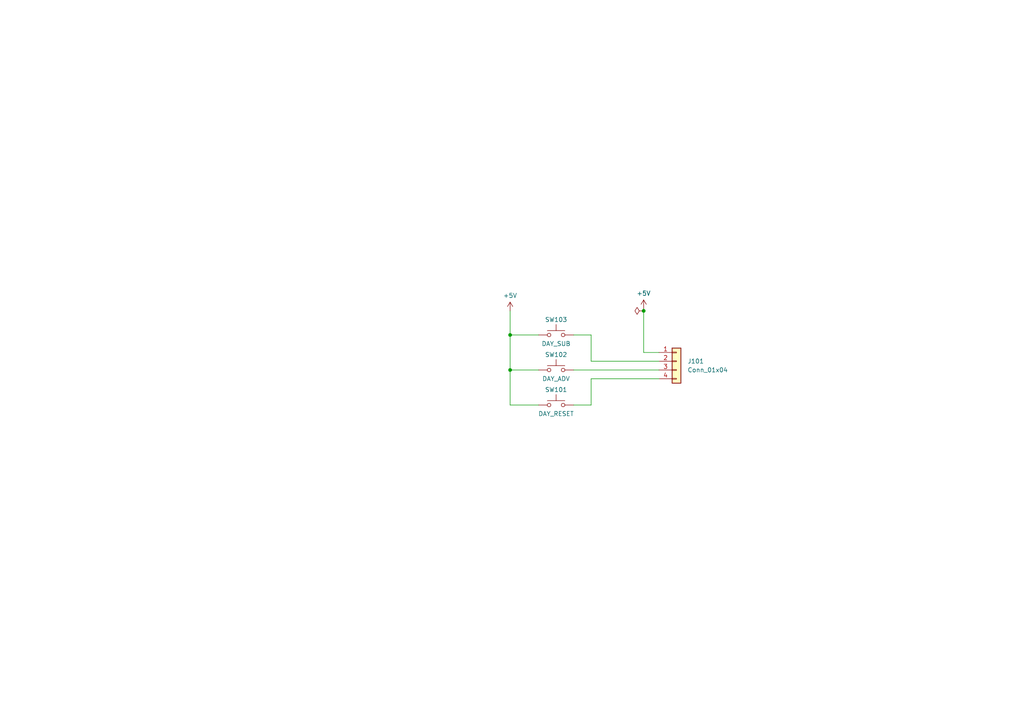
<source format=kicad_sch>
(kicad_sch (version 20230121) (generator eeschema)
  (paper "A4")
  (lib_symbols
    (symbol "Connector_Generic:Conn_01x04" (pin_names (offset 1.016) hide)
      (property "Reference" "J" (at 0 5.08 0))
      (property "Value" "Conn_01x04" (at 0 -7.62 0))
      (symbol "Conn_01x04_1_1"
        (rectangle (start -1.27 -4.953) (end 0 -5.207) (stroke (width 0.1524)))
        (rectangle (start -1.27 -2.413) (end 0 -2.667) (stroke (width 0.1524)))
        (rectangle (start -1.27 0.127) (end 0 -0.127) (stroke (width 0.1524)))
        (rectangle (start -1.27 2.667) (end 0 2.413) (stroke (width 0.1524)))
        (rectangle (start -1.27 3.81) (end 1.27 -6.35) (stroke (width 0.254)) (fill (type background)))
        (pin passive line (at -5.08 2.54 0) (length 3.81) (name "Pin_1") (number "1"))
        (pin passive line (at -5.08 0 0) (length 3.81) (name "Pin_2") (number "2"))
        (pin passive line (at -5.08 -2.54 0) (length 3.81) (name "Pin_3") (number "3"))
        (pin passive line (at -5.08 -5.08 0) (length 3.81) (name "Pin_4") (number "4"))
      )
    )
    (symbol "Switch:SW_Push" (pin_numbers hide) (pin_names (offset 1.016) hide)
      (property "Reference" "SW" (at 1.27 2.54 0))
      (property "Value" "SW_Push" (at 0 -1.524 0))
      (symbol "SW_Push_0_1"
        (circle (center -2.032 0) (radius 0.508))
        (polyline (pts (xy 0 1.27) (xy 0 3.048)))
        (polyline (pts (xy 2.54 1.27) (xy -2.54 1.27)))
        (circle (center 2.032 0) (radius 0.508))
        (pin passive line (at -5.08 0 0) (length 2.54) (name "1") (number "1"))
        (pin passive line (at 5.08 0 180) (length 2.54) (name "2") (number "2"))
      )
    )
    (symbol "power:+5V" (power) (pin_names (offset 0))
      (property "Value" "+5V" (at 0 3.556 0))
      (symbol "+5V_0_1"
        (polyline (pts (xy -0.762 1.27) (xy 0 2.54)))
        (polyline (pts (xy 0 0) (xy 0 2.54)))
        (polyline (pts (xy 0 2.54) (xy 0.762 1.27)))
      )
      (symbol "+5V_1_1"
        (pin power_in line (at 0 0 90) (length 0) hide (name "+5V") (number "1"))
      )
    )
    (symbol "power:PWR_FLAG" (power) (pin_numbers hide) (pin_names (offset 0) hide)
      (property "Value" "PWR_FLAG" (at 0 3.81 0))
      (symbol "PWR_FLAG_0_0"
        (pin power_out line (at 0 0 90) (length 0) (name "pwr") (number "1"))
      )
      (symbol "PWR_FLAG_0_1"
        (polyline (pts (xy 0 0) (xy 0 1.27) (xy -1.016 1.905) (xy 0 2.54) (xy 1.016 1.905) (xy 0 1.27)))
      )
    )
  )
  (junction (at 147.955 97.155))
  (junction (at 147.955 107.315))
  (junction (at 186.69 90.17))
  (wire (pts (xy 191.135 104.775) (xy 171.45 104.775)))
  (wire (pts (xy 171.45 109.855) (xy 171.45 117.475)))
  (wire (pts (xy 147.955 97.155) (xy 156.21 97.155)))
  (wire (pts (xy 147.955 97.155) (xy 147.955 107.315)))
  (wire (pts (xy 147.955 107.315) (xy 156.21 107.315)))
  (wire (pts (xy 147.955 107.315) (xy 147.955 117.475)))
  (wire (pts (xy 171.45 117.475) (xy 166.37 117.475)))
  (wire (pts (xy 171.45 104.775) (xy 171.45 97.155)))
  (wire (pts (xy 186.69 90.17) (xy 186.69 102.235)))
  (wire (pts (xy 147.955 117.475) (xy 156.21 117.475)))
  (wire (pts (xy 191.135 109.855) (xy 171.45 109.855)))
  (wire (pts (xy 147.955 90.17) (xy 147.955 97.155)))
  (wire (pts (xy 186.69 102.235) (xy 191.135 102.235)))
  (wire (pts (xy 171.45 97.155) (xy 166.37 97.155)))
  (wire (pts (xy 166.37 107.315) (xy 191.135 107.315)))
  (wire (pts (xy 186.69 89.535) (xy 186.69 90.17)))
  (symbol (lib_id "Connector_Generic:Conn_01x04") (at 196.215 104.775 0) (unit 1)
    (property "Reference" "J101" (at 199.39 104.775 0) (effects (justify left)))
    (property "Value" "Conn_01x04" (at 199.39 107.315 0) (effects (justify left)))
    (property "Footprint" "Connector_Wire:SolderWire-1sqmm_1x04_P5.4mm_D1.4mm_OD2.7mm_Relief" (effects hide))
  )
  (symbol (lib_id "power:PWR_FLAG") (at 186.69 90.17 90) (unit 1)
    (property "Reference" "#FLG0101" (effects hide))
    (property "Value" "PWR_FLAG" (effects hide))
  )
  (symbol (lib_id "Switch:SW_Push") (at 161.29 117.475 0) (unit 1)
    (property "Reference" "SW101" (at 161.29 113.03 0))
    (property "Value" "DAY_RESET" (at 161.29 120.015 0))
    (property "Footprint" "Button_Switch_THT:SW_PUSH_6mm_H5mm" (effects hide))
  )
  (symbol (lib_id "power:+5V") (at 186.69 89.535 0) (unit 1)
    (property "Reference" "#PWR0101" (effects hide))
    (property "Value" "+5V" (at 186.69 85.09 0))
  )
  (symbol (lib_id "power:+5V") (at 147.955 90.17 0) (unit 1)
    (property "Reference" "#PWR0102" (effects hide))
    (property "Value" "+5V" (at 147.955 85.725 0))
  )
  (symbol (lib_id "Switch:SW_Push") (at 161.29 97.155 0) (unit 1)
    (property "Reference" "SW103" (at 161.29 92.71 0))
    (property "Value" "DAY_SUB" (at 161.29 99.695 0))
    (property "Footprint" "Button_Switch_THT:SW_PUSH_6mm_H5mm" (effects hide))
  )
  (symbol (lib_id "Switch:SW_Push") (at 161.29 107.315 0) (unit 1)
    (property "Reference" "SW102" (at 161.29 102.87 0))
    (property "Value" "DAY_ADV" (at 161.29 109.855 0))
    (property "Footprint" "Button_Switch_THT:SW_PUSH_6mm_H5mm" (effects hide))
  )
)
</source>
